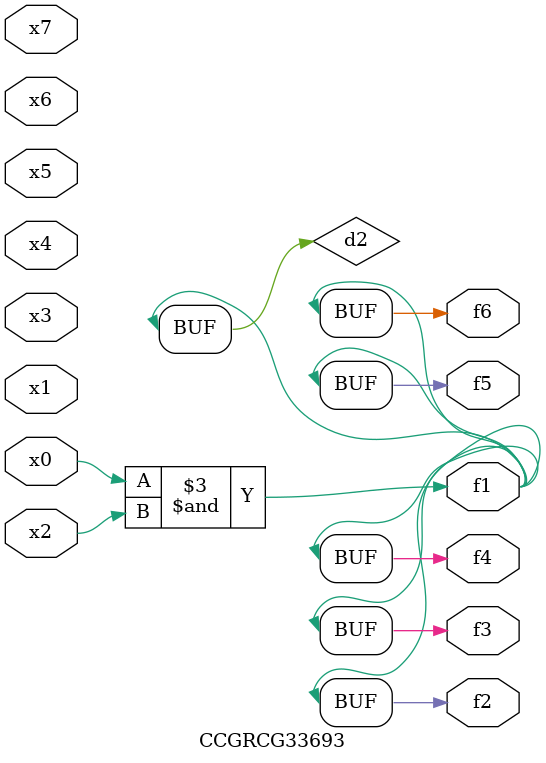
<source format=v>
module CCGRCG33693(
	input x0, x1, x2, x3, x4, x5, x6, x7,
	output f1, f2, f3, f4, f5, f6
);

	wire d1, d2;

	nor (d1, x3, x6);
	and (d2, x0, x2);
	assign f1 = d2;
	assign f2 = d2;
	assign f3 = d2;
	assign f4 = d2;
	assign f5 = d2;
	assign f6 = d2;
endmodule

</source>
